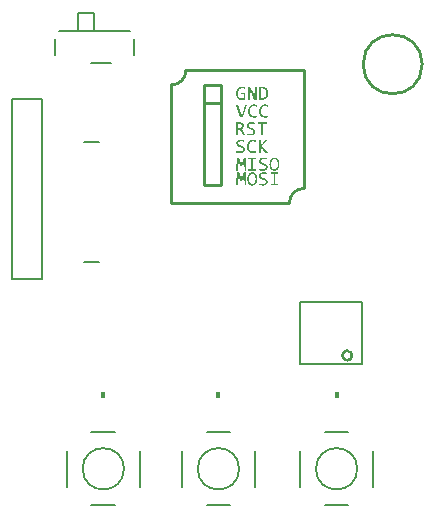
<source format=gto>
G04 Layer_Color=65535*
%FSLAX25Y25*%
%MOIN*%
G70*
G01*
G75*
%ADD15C,0.01000*%
%ADD28C,0.00800*%
%ADD29C,0.00787*%
%ADD30C,0.00500*%
%ADD31R,0.01574X0.02362*%
G36*
X87009Y143550D02*
X85742D01*
Y139764D01*
X85150D01*
Y143550D01*
X83883D01*
Y144049D01*
X87009D01*
Y143550D01*
D02*
G37*
G36*
X78047Y144042D02*
X78139D01*
X78238Y144026D01*
X78346Y144011D01*
X78454Y143995D01*
X78561Y143965D01*
X78576D01*
X78607Y143949D01*
X78653Y143934D01*
X78715Y143903D01*
X78784Y143873D01*
X78861Y143834D01*
X78930Y143788D01*
X78999Y143734D01*
X79006Y143727D01*
X79030Y143711D01*
X79060Y143681D01*
X79099Y143634D01*
X79137Y143581D01*
X79183Y143527D01*
X79222Y143458D01*
X79252Y143381D01*
X79260Y143373D01*
X79268Y143343D01*
X79283Y143304D01*
X79298Y143243D01*
X79314Y143181D01*
X79321Y143097D01*
X79337Y143012D01*
Y142920D01*
Y142913D01*
Y142889D01*
Y142851D01*
X79329Y142797D01*
X79321Y142736D01*
X79314Y142675D01*
X79275Y142536D01*
Y142529D01*
X79268Y142506D01*
X79252Y142475D01*
X79229Y142429D01*
X79176Y142329D01*
X79099Y142214D01*
X79091Y142206D01*
X79076Y142191D01*
X79053Y142168D01*
X79022Y142129D01*
X78976Y142091D01*
X78930Y142052D01*
X78807Y141968D01*
X78799Y141960D01*
X78776Y141953D01*
X78745Y141929D01*
X78692Y141906D01*
X78638Y141884D01*
X78569Y141853D01*
X78500Y141830D01*
X78415Y141807D01*
X78423D01*
X78446Y141791D01*
X78477Y141776D01*
X78523Y141753D01*
X78569Y141722D01*
X78615Y141684D01*
X78669Y141638D01*
X78715Y141584D01*
X78722Y141576D01*
X78738Y141553D01*
X78761Y141523D01*
X78799Y141476D01*
X78838Y141415D01*
X78884Y141346D01*
X78930Y141269D01*
X78976Y141177D01*
X79659Y139764D01*
X78999D01*
X78361Y141131D01*
Y141139D01*
X78346Y141162D01*
X78331Y141185D01*
X78315Y141223D01*
X78262Y141307D01*
X78208Y141392D01*
Y141400D01*
X78192Y141407D01*
X78162Y141453D01*
X78108Y141507D01*
X78047Y141561D01*
X78031Y141569D01*
X77993Y141592D01*
X77931Y141622D01*
X77855Y141645D01*
X77847D01*
X77839Y141653D01*
X77816D01*
X77785Y141661D01*
X77716Y141668D01*
X77624Y141676D01*
X77355D01*
Y139764D01*
X76772D01*
Y144049D01*
X77977D01*
X78047Y144042D01*
D02*
G37*
G36*
X82055Y144103D02*
X82140Y144095D01*
X82186D01*
X82224Y144088D01*
X82309Y144080D01*
X82401Y144065D01*
X82424D01*
X82447Y144057D01*
X82486D01*
X82562Y144042D01*
X82655Y144026D01*
X82678D01*
X82701Y144018D01*
X82731Y144011D01*
X82808Y143995D01*
X82893Y143980D01*
Y143458D01*
X82885D01*
X82846Y143473D01*
X82800Y143481D01*
X82731Y143496D01*
X82655Y143512D01*
X82570Y143535D01*
X82386Y143565D01*
X82378D01*
X82340Y143573D01*
X82294Y143581D01*
X82232Y143588D01*
X82155D01*
X82071Y143596D01*
X81894Y143604D01*
X81810D01*
X81725Y143596D01*
X81618Y143581D01*
X81495Y143565D01*
X81372Y143535D01*
X81257Y143489D01*
X81157Y143435D01*
X81149Y143427D01*
X81119Y143404D01*
X81088Y143366D01*
X81042Y143312D01*
X81003Y143251D01*
X80965Y143174D01*
X80934Y143081D01*
X80927Y142982D01*
Y142974D01*
Y142951D01*
X80934Y142920D01*
X80942Y142882D01*
X80965Y142782D01*
X80988Y142736D01*
X81019Y142682D01*
X81026Y142675D01*
X81034Y142659D01*
X81057Y142636D01*
X81088Y142605D01*
X81165Y142536D01*
X81272Y142459D01*
X81280Y142452D01*
X81303Y142444D01*
X81334Y142429D01*
X81380Y142406D01*
X81433Y142375D01*
X81495Y142344D01*
X81633Y142283D01*
X81641D01*
X81672Y142268D01*
X81710Y142252D01*
X81756Y142237D01*
X81817Y142206D01*
X81887Y142183D01*
X82040Y142114D01*
X82048D01*
X82078Y142098D01*
X82117Y142083D01*
X82171Y142060D01*
X82240Y142029D01*
X82309Y141999D01*
X82455Y141929D01*
X82463Y141922D01*
X82486Y141914D01*
X82524Y141891D01*
X82578Y141860D01*
X82685Y141784D01*
X82808Y141692D01*
X82816Y141684D01*
X82839Y141668D01*
X82862Y141638D01*
X82900Y141599D01*
X82946Y141553D01*
X82985Y141492D01*
X83069Y141361D01*
X83077Y141353D01*
X83085Y141331D01*
X83100Y141292D01*
X83123Y141238D01*
X83138Y141177D01*
X83154Y141100D01*
X83161Y141016D01*
X83169Y140924D01*
Y140908D01*
Y140870D01*
X83161Y140816D01*
X83154Y140739D01*
X83138Y140655D01*
X83115Y140570D01*
X83085Y140478D01*
X83039Y140386D01*
X83031Y140378D01*
X83016Y140348D01*
X82985Y140301D01*
X82946Y140255D01*
X82900Y140194D01*
X82839Y140125D01*
X82770Y140063D01*
X82693Y140002D01*
X82685Y139994D01*
X82655Y139979D01*
X82608Y139948D01*
X82539Y139917D01*
X82463Y139879D01*
X82370Y139841D01*
X82270Y139802D01*
X82155Y139771D01*
X82140D01*
X82102Y139764D01*
X82040Y139748D01*
X81956Y139741D01*
X81856Y139725D01*
X81741Y139710D01*
X81610Y139702D01*
X81364D01*
X81310Y139710D01*
X81249D01*
X81126Y139718D01*
X81095D01*
X81065Y139725D01*
X81026D01*
X80919Y139741D01*
X80804Y139748D01*
X80781D01*
X80750Y139756D01*
X80712Y139764D01*
X80619Y139771D01*
X80512Y139795D01*
X80504D01*
X80489Y139802D01*
X80466Y139810D01*
X80427Y139818D01*
X80351Y139833D01*
X80266Y139856D01*
Y140417D01*
X80274Y140409D01*
X80312Y140401D01*
X80358Y140386D01*
X80427Y140363D01*
X80504Y140332D01*
X80596Y140309D01*
X80704Y140286D01*
X80811Y140263D01*
X80827D01*
X80865Y140255D01*
X80927Y140248D01*
X81011Y140240D01*
X81119Y140232D01*
X81234Y140225D01*
X81364Y140217D01*
X81610D01*
X81679Y140225D01*
X81756D01*
X81833Y140232D01*
X81917Y140240D01*
X81994Y140255D01*
X82002D01*
X82025Y140263D01*
X82063Y140278D01*
X82109Y140286D01*
X82217Y140332D01*
X82317Y140386D01*
X82324Y140393D01*
X82340Y140401D01*
X82386Y140447D01*
X82447Y140516D01*
X82501Y140601D01*
Y140609D01*
X82509Y140624D01*
X82524Y140647D01*
X82532Y140685D01*
X82555Y140770D01*
X82562Y140885D01*
Y140893D01*
Y140916D01*
X82555Y140946D01*
X82547Y140993D01*
X82524Y141085D01*
X82493Y141139D01*
X82463Y141185D01*
X82455Y141192D01*
X82447Y141208D01*
X82424Y141231D01*
X82393Y141261D01*
X82309Y141331D01*
X82201Y141400D01*
X82194Y141407D01*
X82178Y141415D01*
X82140Y141438D01*
X82102Y141461D01*
X82048Y141484D01*
X81986Y141515D01*
X81848Y141576D01*
X81840Y141584D01*
X81817Y141592D01*
X81771Y141607D01*
X81725Y141630D01*
X81656Y141653D01*
X81587Y141684D01*
X81433Y141745D01*
X81426Y141753D01*
X81395Y141761D01*
X81357Y141776D01*
X81303Y141799D01*
X81241Y141830D01*
X81172Y141860D01*
X81026Y141929D01*
X81019Y141937D01*
X80996Y141945D01*
X80957Y141968D01*
X80904Y141999D01*
X80788Y142076D01*
X80665Y142168D01*
X80658Y142175D01*
X80642Y142191D01*
X80612Y142221D01*
X80573Y142260D01*
X80535Y142306D01*
X80496Y142360D01*
X80412Y142490D01*
Y142498D01*
X80397Y142521D01*
X80381Y142559D01*
X80366Y142613D01*
X80351Y142675D01*
X80335Y142751D01*
X80327Y142836D01*
X80320Y142928D01*
Y142936D01*
Y142966D01*
X80327Y143005D01*
Y143066D01*
X80343Y143128D01*
X80358Y143197D01*
X80374Y143281D01*
X80404Y143358D01*
X80412Y143366D01*
X80420Y143396D01*
X80443Y143435D01*
X80473Y143489D01*
X80512Y143542D01*
X80566Y143612D01*
X80619Y143673D01*
X80688Y143734D01*
X80696Y143742D01*
X80727Y143765D01*
X80765Y143796D01*
X80827Y143834D01*
X80896Y143873D01*
X80980Y143919D01*
X81080Y143965D01*
X81188Y144003D01*
X81203Y144011D01*
X81241Y144018D01*
X81310Y144034D01*
X81395Y144057D01*
X81502Y144080D01*
X81625Y144095D01*
X81756Y144103D01*
X81910Y144111D01*
X81979D01*
X82055Y144103D01*
D02*
G37*
G36*
X82501Y138190D02*
X82585Y138182D01*
X82678Y138174D01*
X82870Y138144D01*
X82885D01*
X82916Y138136D01*
X82962Y138121D01*
X83031Y138105D01*
X83108Y138082D01*
X83192Y138059D01*
X83369Y137990D01*
Y137414D01*
X83361Y137422D01*
X83330Y137437D01*
X83277Y137460D01*
X83215Y137483D01*
X83146Y137514D01*
X83062Y137545D01*
X82877Y137606D01*
X82870D01*
X82831Y137614D01*
X82785Y137629D01*
X82716Y137645D01*
X82639Y137652D01*
X82547Y137668D01*
X82447Y137675D01*
X82286D01*
X82232Y137668D01*
X82163Y137660D01*
X82078Y137645D01*
X81986Y137629D01*
X81887Y137598D01*
X81794Y137560D01*
X81787Y137552D01*
X81756Y137537D01*
X81710Y137514D01*
X81648Y137476D01*
X81587Y137429D01*
X81510Y137376D01*
X81441Y137307D01*
X81372Y137230D01*
X81364Y137222D01*
X81341Y137191D01*
X81310Y137145D01*
X81280Y137084D01*
X81234Y137007D01*
X81188Y136923D01*
X81149Y136815D01*
X81111Y136707D01*
Y136692D01*
X81095Y136654D01*
X81088Y136592D01*
X81072Y136508D01*
X81057Y136400D01*
X81042Y136277D01*
X81034Y136147D01*
X81026Y136001D01*
Y135993D01*
Y135963D01*
Y135924D01*
X81034Y135863D01*
Y135794D01*
X81042Y135717D01*
X81057Y135625D01*
X81072Y135532D01*
X81111Y135333D01*
X81172Y135126D01*
X81257Y134926D01*
X81303Y134834D01*
X81364Y134749D01*
X81372Y134741D01*
X81380Y134734D01*
X81403Y134711D01*
X81426Y134680D01*
X81464Y134649D01*
X81502Y134619D01*
X81556Y134580D01*
X81618Y134542D01*
X81756Y134457D01*
X81925Y134396D01*
X82125Y134342D01*
X82240Y134334D01*
X82355Y134327D01*
X82455D01*
X82524Y134334D01*
X82601Y134342D01*
X82685Y134350D01*
X82877Y134388D01*
X82893D01*
X82923Y134404D01*
X82969Y134411D01*
X83031Y134434D01*
X83108Y134457D01*
X83192Y134496D01*
X83369Y134573D01*
Y134020D01*
X83361D01*
X83346Y134012D01*
X83315Y133996D01*
X83277Y133989D01*
X83231Y133974D01*
X83177Y133950D01*
X83108Y133935D01*
X83039Y133912D01*
X82877Y133874D01*
X82693Y133835D01*
X82493Y133812D01*
X82286Y133805D01*
X82201D01*
X82132Y133812D01*
X82063Y133820D01*
X81971Y133835D01*
X81871Y133851D01*
X81771Y133874D01*
X81656Y133897D01*
X81541Y133935D01*
X81426Y133981D01*
X81310Y134035D01*
X81195Y134096D01*
X81088Y134166D01*
X80980Y134250D01*
X80888Y134342D01*
X80880Y134350D01*
X80865Y134365D01*
X80842Y134396D01*
X80811Y134442D01*
X80773Y134503D01*
X80734Y134573D01*
X80688Y134649D01*
X80650Y134749D01*
X80604Y134857D01*
X80558Y134972D01*
X80519Y135102D01*
X80481Y135248D01*
X80450Y135402D01*
X80427Y135571D01*
X80412Y135755D01*
X80404Y135947D01*
Y135955D01*
Y135970D01*
Y136001D01*
Y136032D01*
X80412Y136078D01*
Y136132D01*
X80420Y136254D01*
X80435Y136400D01*
X80458Y136554D01*
X80489Y136715D01*
X80535Y136876D01*
Y136884D01*
X80542Y136892D01*
X80550Y136915D01*
X80558Y136946D01*
X80589Y137022D01*
X80635Y137122D01*
X80688Y137238D01*
X80758Y137353D01*
X80834Y137468D01*
X80919Y137583D01*
X80934Y137598D01*
X80965Y137629D01*
X81019Y137683D01*
X81088Y137752D01*
X81180Y137821D01*
X81280Y137898D01*
X81395Y137967D01*
X81526Y138036D01*
X81533D01*
X81541Y138044D01*
X81587Y138059D01*
X81664Y138090D01*
X81756Y138121D01*
X81871Y138144D01*
X82009Y138174D01*
X82155Y138190D01*
X82317Y138198D01*
X82424D01*
X82501Y138190D01*
D02*
G37*
G36*
X85465Y136101D02*
X87232Y133858D01*
X86502D01*
X84897Y135955D01*
Y133858D01*
X84313D01*
Y138144D01*
X84897D01*
Y136147D01*
X86464Y138144D01*
X87155D01*
X85465Y136101D01*
D02*
G37*
G36*
X86548Y150001D02*
X86633Y149993D01*
X86725Y149985D01*
X86917Y149955D01*
X86932D01*
X86963Y149947D01*
X87009Y149932D01*
X87078Y149916D01*
X87155Y149893D01*
X87239Y149870D01*
X87416Y149801D01*
Y149225D01*
X87408Y149233D01*
X87378Y149248D01*
X87324Y149271D01*
X87262Y149294D01*
X87193Y149325D01*
X87109Y149356D01*
X86925Y149417D01*
X86917D01*
X86879Y149425D01*
X86832Y149440D01*
X86763Y149455D01*
X86686Y149463D01*
X86594Y149479D01*
X86494Y149486D01*
X86333D01*
X86279Y149479D01*
X86210Y149471D01*
X86126Y149455D01*
X86034Y149440D01*
X85934Y149409D01*
X85842Y149371D01*
X85834Y149363D01*
X85803Y149348D01*
X85757Y149325D01*
X85696Y149287D01*
X85634Y149241D01*
X85558Y149187D01*
X85488Y149118D01*
X85419Y149041D01*
X85412Y149033D01*
X85389Y149002D01*
X85358Y148956D01*
X85327Y148895D01*
X85281Y148818D01*
X85235Y148734D01*
X85197Y148626D01*
X85158Y148519D01*
Y148503D01*
X85143Y148465D01*
X85135Y148403D01*
X85120Y148319D01*
X85104Y148211D01*
X85089Y148089D01*
X85081Y147958D01*
X85074Y147812D01*
Y147804D01*
Y147774D01*
Y147735D01*
X85081Y147674D01*
Y147605D01*
X85089Y147528D01*
X85104Y147436D01*
X85120Y147344D01*
X85158Y147144D01*
X85220Y146937D01*
X85304Y146737D01*
X85350Y146645D01*
X85412Y146560D01*
X85419Y146553D01*
X85427Y146545D01*
X85450Y146522D01*
X85473Y146491D01*
X85511Y146460D01*
X85550Y146430D01*
X85604Y146391D01*
X85665Y146353D01*
X85803Y146268D01*
X85972Y146207D01*
X86172Y146153D01*
X86287Y146145D01*
X86402Y146138D01*
X86502D01*
X86571Y146145D01*
X86648Y146153D01*
X86733Y146161D01*
X86925Y146199D01*
X86940D01*
X86971Y146215D01*
X87017Y146222D01*
X87078Y146245D01*
X87155Y146268D01*
X87239Y146307D01*
X87416Y146384D01*
Y145831D01*
X87408D01*
X87393Y145823D01*
X87362Y145808D01*
X87324Y145800D01*
X87278Y145784D01*
X87224Y145761D01*
X87155Y145746D01*
X87086Y145723D01*
X86925Y145685D01*
X86740Y145646D01*
X86541Y145623D01*
X86333Y145615D01*
X86249D01*
X86180Y145623D01*
X86111Y145631D01*
X86018Y145646D01*
X85918Y145662D01*
X85819Y145685D01*
X85703Y145708D01*
X85588Y145746D01*
X85473Y145792D01*
X85358Y145846D01*
X85243Y145907D01*
X85135Y145976D01*
X85028Y146061D01*
X84935Y146153D01*
X84928Y146161D01*
X84912Y146176D01*
X84889Y146207D01*
X84859Y146253D01*
X84820Y146314D01*
X84782Y146384D01*
X84736Y146460D01*
X84697Y146560D01*
X84651Y146668D01*
X84605Y146783D01*
X84567Y146913D01*
X84528Y147059D01*
X84498Y147213D01*
X84475Y147382D01*
X84459Y147566D01*
X84452Y147758D01*
Y147766D01*
Y147781D01*
Y147812D01*
Y147843D01*
X84459Y147889D01*
Y147943D01*
X84467Y148065D01*
X84482Y148211D01*
X84505Y148365D01*
X84536Y148526D01*
X84582Y148688D01*
Y148695D01*
X84590Y148703D01*
X84598Y148726D01*
X84605Y148757D01*
X84636Y148833D01*
X84682Y148933D01*
X84736Y149048D01*
X84805Y149164D01*
X84882Y149279D01*
X84966Y149394D01*
X84982Y149409D01*
X85012Y149440D01*
X85066Y149494D01*
X85135Y149563D01*
X85227Y149632D01*
X85327Y149709D01*
X85442Y149778D01*
X85573Y149847D01*
X85581D01*
X85588Y149855D01*
X85634Y149870D01*
X85711Y149901D01*
X85803Y149932D01*
X85918Y149955D01*
X86057Y149985D01*
X86203Y150001D01*
X86364Y150008D01*
X86471D01*
X86548Y150001D01*
D02*
G37*
G36*
X83561Y151575D02*
X82762D01*
X81572Y154247D01*
X81226Y155108D01*
Y152942D01*
Y151575D01*
X80642D01*
Y155860D01*
X81418D01*
X82562Y153318D01*
X82977Y152343D01*
Y154639D01*
Y155860D01*
X83561D01*
Y151575D01*
D02*
G37*
G36*
X85573Y155853D02*
X85650Y155845D01*
X85750Y155830D01*
X85857Y155814D01*
X85972Y155799D01*
X86210Y155730D01*
X86333Y155691D01*
X86464Y155638D01*
X86579Y155584D01*
X86694Y155507D01*
X86802Y155430D01*
X86902Y155338D01*
X86909Y155330D01*
X86925Y155315D01*
X86948Y155284D01*
X86978Y155238D01*
X87017Y155184D01*
X87063Y155123D01*
X87101Y155038D01*
X87155Y154946D01*
X87201Y154847D01*
X87239Y154731D01*
X87286Y154601D01*
X87324Y154455D01*
X87355Y154301D01*
X87378Y154132D01*
X87393Y153956D01*
X87401Y153764D01*
Y153748D01*
Y153710D01*
Y153648D01*
X87393Y153572D01*
X87385Y153487D01*
X87378Y153387D01*
X87347Y153172D01*
Y153157D01*
X87339Y153126D01*
X87324Y153072D01*
X87309Y153003D01*
X87293Y152919D01*
X87262Y152827D01*
X87193Y152642D01*
X87186Y152635D01*
X87178Y152604D01*
X87155Y152558D01*
X87124Y152496D01*
X87086Y152427D01*
X87040Y152358D01*
X86925Y152205D01*
X86917Y152197D01*
X86894Y152174D01*
X86856Y152135D01*
X86809Y152089D01*
X86748Y152036D01*
X86679Y151982D01*
X86602Y151920D01*
X86510Y151867D01*
X86502Y151859D01*
X86471Y151844D01*
X86418Y151821D01*
X86349Y151790D01*
X86272Y151751D01*
X86172Y151721D01*
X86064Y151682D01*
X85949Y151652D01*
X85934D01*
X85896Y151636D01*
X85826Y151629D01*
X85734Y151613D01*
X85627Y151598D01*
X85504Y151590D01*
X85366Y151575D01*
X84306D01*
Y155860D01*
X85504D01*
X85573Y155853D01*
D02*
G37*
G36*
X78976Y155914D02*
X79060Y155906D01*
X79152Y155899D01*
X79344Y155868D01*
X79360D01*
X79391Y155860D01*
X79437Y155845D01*
X79506Y155830D01*
X79583Y155814D01*
X79667Y155783D01*
X79851Y155714D01*
Y155131D01*
X79844Y155138D01*
X79813Y155154D01*
X79759Y155177D01*
X79698Y155200D01*
X79621Y155230D01*
X79536Y155261D01*
X79352Y155323D01*
X79344D01*
X79306Y155338D01*
X79260Y155346D01*
X79191Y155361D01*
X79114Y155376D01*
X79022Y155384D01*
X78914Y155399D01*
X78745D01*
X78684Y155392D01*
X78600Y155384D01*
X78507Y155369D01*
X78400Y155346D01*
X78300Y155315D01*
X78192Y155277D01*
X78185Y155269D01*
X78146Y155254D01*
X78100Y155223D01*
X78039Y155184D01*
X77970Y155138D01*
X77893Y155077D01*
X77816Y155008D01*
X77747Y154931D01*
X77739Y154923D01*
X77716Y154893D01*
X77686Y154847D01*
X77647Y154777D01*
X77601Y154701D01*
X77555Y154608D01*
X77509Y154509D01*
X77470Y154393D01*
Y154378D01*
X77455Y154340D01*
X77440Y154278D01*
X77424Y154194D01*
X77409Y154094D01*
X77394Y153979D01*
X77386Y153848D01*
X77378Y153710D01*
Y153702D01*
Y153694D01*
Y153671D01*
Y153641D01*
X77386Y153564D01*
Y153472D01*
X77394Y153357D01*
X77409Y153241D01*
X77432Y153119D01*
X77455Y152996D01*
X77463Y152980D01*
X77470Y152942D01*
X77486Y152888D01*
X77517Y152811D01*
X77547Y152734D01*
X77593Y152642D01*
X77640Y152550D01*
X77701Y152466D01*
X77709Y152458D01*
X77732Y152427D01*
X77770Y152389D01*
X77816Y152343D01*
X77878Y152289D01*
X77954Y152235D01*
X78039Y152181D01*
X78131Y152135D01*
X78146Y152128D01*
X78177Y152120D01*
X78231Y152105D01*
X78308Y152082D01*
X78400Y152059D01*
X78507Y152043D01*
X78623Y152036D01*
X78753Y152028D01*
X78899D01*
X78930Y152036D01*
X78976D01*
X79030Y152043D01*
X79045D01*
X79076Y152051D01*
X79122Y152066D01*
X79176Y152074D01*
X79191D01*
X79214Y152082D01*
X79260Y152097D01*
X79298Y152112D01*
Y153479D01*
X78415D01*
Y153963D01*
X79874D01*
Y151767D01*
X79867D01*
X79851Y151759D01*
X79821Y151744D01*
X79790Y151728D01*
X79690Y151690D01*
X79583Y151652D01*
X79575D01*
X79559Y151644D01*
X79529Y151636D01*
X79490Y151629D01*
X79398Y151598D01*
X79283Y151575D01*
X79260D01*
X79229Y151567D01*
X79183Y151559D01*
X79083Y151552D01*
X78968Y151536D01*
X78945D01*
X78914Y151529D01*
X78876D01*
X78784Y151521D01*
X78676Y151513D01*
X78600D01*
X78515Y151521D01*
X78408Y151529D01*
X78285Y151544D01*
X78154Y151567D01*
X78016Y151598D01*
X77878Y151644D01*
X77862Y151652D01*
X77816Y151667D01*
X77755Y151705D01*
X77670Y151744D01*
X77578Y151805D01*
X77478Y151874D01*
X77378Y151959D01*
X77279Y152051D01*
X77271Y152066D01*
X77240Y152097D01*
X77194Y152158D01*
X77140Y152243D01*
X77079Y152335D01*
X77017Y152450D01*
X76956Y152581D01*
X76902Y152727D01*
Y152734D01*
X76894Y152742D01*
X76887Y152765D01*
X76879Y152796D01*
X76872Y152834D01*
X76864Y152880D01*
X76841Y152996D01*
X76810Y153134D01*
X76795Y153295D01*
X76779Y153472D01*
X76772Y153664D01*
Y153671D01*
Y153687D01*
Y153718D01*
Y153756D01*
X76779Y153802D01*
Y153856D01*
X76787Y153979D01*
X76810Y154125D01*
X76833Y154286D01*
X76872Y154447D01*
X76918Y154608D01*
Y154616D01*
X76925Y154624D01*
X76933Y154647D01*
X76948Y154677D01*
X76979Y154754D01*
X77025Y154854D01*
X77079Y154969D01*
X77148Y155085D01*
X77232Y155207D01*
X77325Y155323D01*
X77340Y155338D01*
X77371Y155369D01*
X77432Y155422D01*
X77509Y155492D01*
X77601Y155561D01*
X77709Y155638D01*
X77832Y155707D01*
X77970Y155768D01*
X77977D01*
X77985Y155776D01*
X78008Y155783D01*
X78039Y155791D01*
X78116Y155814D01*
X78215Y155845D01*
X78338Y155876D01*
X78477Y155899D01*
X78630Y155914D01*
X78799Y155922D01*
X78907D01*
X78976Y155914D01*
D02*
G37*
G36*
X82854Y150001D02*
X82939Y149993D01*
X83031Y149985D01*
X83223Y149955D01*
X83238D01*
X83269Y149947D01*
X83315Y149932D01*
X83384Y149916D01*
X83461Y149893D01*
X83545Y149870D01*
X83722Y149801D01*
Y149225D01*
X83714Y149233D01*
X83684Y149248D01*
X83630Y149271D01*
X83568Y149294D01*
X83499Y149325D01*
X83415Y149356D01*
X83231Y149417D01*
X83223D01*
X83184Y149425D01*
X83138Y149440D01*
X83069Y149455D01*
X82992Y149463D01*
X82900Y149479D01*
X82800Y149486D01*
X82639D01*
X82585Y149479D01*
X82516Y149471D01*
X82432Y149455D01*
X82340Y149440D01*
X82240Y149409D01*
X82148Y149371D01*
X82140Y149363D01*
X82109Y149348D01*
X82063Y149325D01*
X82002Y149287D01*
X81940Y149241D01*
X81863Y149187D01*
X81794Y149118D01*
X81725Y149041D01*
X81718Y149033D01*
X81695Y149002D01*
X81664Y148956D01*
X81633Y148895D01*
X81587Y148818D01*
X81541Y148734D01*
X81502Y148626D01*
X81464Y148519D01*
Y148503D01*
X81449Y148465D01*
X81441Y148403D01*
X81426Y148319D01*
X81410Y148211D01*
X81395Y148089D01*
X81387Y147958D01*
X81380Y147812D01*
Y147804D01*
Y147774D01*
Y147735D01*
X81387Y147674D01*
Y147605D01*
X81395Y147528D01*
X81410Y147436D01*
X81426Y147344D01*
X81464Y147144D01*
X81526Y146937D01*
X81610Y146737D01*
X81656Y146645D01*
X81718Y146560D01*
X81725Y146553D01*
X81733Y146545D01*
X81756Y146522D01*
X81779Y146491D01*
X81817Y146460D01*
X81856Y146430D01*
X81910Y146391D01*
X81971Y146353D01*
X82109Y146268D01*
X82278Y146207D01*
X82478Y146153D01*
X82593Y146145D01*
X82708Y146138D01*
X82808D01*
X82877Y146145D01*
X82954Y146153D01*
X83039Y146161D01*
X83231Y146199D01*
X83246D01*
X83277Y146215D01*
X83323Y146222D01*
X83384Y146245D01*
X83461Y146268D01*
X83545Y146307D01*
X83722Y146384D01*
Y145831D01*
X83714D01*
X83699Y145823D01*
X83668Y145808D01*
X83630Y145800D01*
X83584Y145784D01*
X83530Y145761D01*
X83461Y145746D01*
X83392Y145723D01*
X83231Y145685D01*
X83046Y145646D01*
X82846Y145623D01*
X82639Y145615D01*
X82555D01*
X82486Y145623D01*
X82416Y145631D01*
X82324Y145646D01*
X82224Y145662D01*
X82125Y145685D01*
X82009Y145708D01*
X81894Y145746D01*
X81779Y145792D01*
X81664Y145846D01*
X81549Y145907D01*
X81441Y145976D01*
X81334Y146061D01*
X81241Y146153D01*
X81234Y146161D01*
X81218Y146176D01*
X81195Y146207D01*
X81165Y146253D01*
X81126Y146314D01*
X81088Y146384D01*
X81042Y146460D01*
X81003Y146560D01*
X80957Y146668D01*
X80911Y146783D01*
X80873Y146913D01*
X80834Y147059D01*
X80804Y147213D01*
X80781Y147382D01*
X80765Y147566D01*
X80758Y147758D01*
Y147766D01*
Y147781D01*
Y147812D01*
Y147843D01*
X80765Y147889D01*
Y147943D01*
X80773Y148065D01*
X80788Y148211D01*
X80811Y148365D01*
X80842Y148526D01*
X80888Y148688D01*
Y148695D01*
X80896Y148703D01*
X80904Y148726D01*
X80911Y148757D01*
X80942Y148833D01*
X80988Y148933D01*
X81042Y149048D01*
X81111Y149164D01*
X81188Y149279D01*
X81272Y149394D01*
X81287Y149409D01*
X81318Y149440D01*
X81372Y149494D01*
X81441Y149563D01*
X81533Y149632D01*
X81633Y149709D01*
X81748Y149778D01*
X81879Y149847D01*
X81887D01*
X81894Y149855D01*
X81940Y149870D01*
X82017Y149901D01*
X82109Y149932D01*
X82224Y149955D01*
X82363Y149985D01*
X82509Y150001D01*
X82670Y150008D01*
X82777D01*
X82854Y150001D01*
D02*
G37*
G36*
X78983Y145669D02*
X78200D01*
X76772Y149955D01*
X77432D01*
X78361Y147059D01*
X78623Y146215D01*
X78891Y147059D01*
X79821Y149955D01*
X80443D01*
X78983Y145669D01*
D02*
G37*
G36*
X82324Y127371D02*
X82424Y127363D01*
X82539Y127340D01*
X82655Y127317D01*
X82785Y127278D01*
X82900Y127225D01*
X82916Y127217D01*
X82954Y127194D01*
X83008Y127163D01*
X83077Y127110D01*
X83161Y127048D01*
X83246Y126979D01*
X83330Y126887D01*
X83407Y126787D01*
X83415Y126772D01*
X83438Y126741D01*
X83476Y126680D01*
X83522Y126595D01*
X83576Y126495D01*
X83622Y126380D01*
X83676Y126249D01*
X83714Y126103D01*
Y126096D01*
X83722Y126088D01*
Y126065D01*
X83730Y126034D01*
X83745Y125950D01*
X83768Y125842D01*
X83791Y125704D01*
X83807Y125550D01*
X83814Y125382D01*
X83822Y125197D01*
Y125190D01*
Y125174D01*
Y125144D01*
Y125097D01*
X83814Y125051D01*
Y124990D01*
X83807Y124859D01*
X83791Y124698D01*
X83760Y124537D01*
X83730Y124360D01*
X83684Y124199D01*
Y124191D01*
X83676Y124183D01*
X83668Y124161D01*
X83661Y124130D01*
X83630Y124053D01*
X83584Y123961D01*
X83530Y123846D01*
X83469Y123730D01*
X83399Y123615D01*
X83315Y123508D01*
X83307Y123492D01*
X83277Y123462D01*
X83223Y123416D01*
X83161Y123354D01*
X83085Y123285D01*
X82985Y123216D01*
X82885Y123154D01*
X82770Y123101D01*
X82754Y123093D01*
X82716Y123078D01*
X82655Y123062D01*
X82570Y123039D01*
X82478Y123009D01*
X82363Y122993D01*
X82248Y122978D01*
X82117Y122970D01*
X82048D01*
X81971Y122978D01*
X81871Y122985D01*
X81756Y123009D01*
X81641Y123031D01*
X81518Y123070D01*
X81395Y123116D01*
X81380Y123124D01*
X81341Y123147D01*
X81287Y123177D01*
X81218Y123223D01*
X81134Y123285D01*
X81049Y123362D01*
X80965Y123446D01*
X80880Y123546D01*
X80873Y123561D01*
X80850Y123600D01*
X80811Y123654D01*
X80765Y123738D01*
X80719Y123838D01*
X80673Y123953D01*
X80619Y124084D01*
X80581Y124230D01*
Y124237D01*
Y124245D01*
X80573Y124268D01*
X80566Y124299D01*
X80558Y124337D01*
X80550Y124383D01*
X80535Y124498D01*
X80519Y124637D01*
X80504Y124790D01*
X80496Y124967D01*
X80489Y125151D01*
Y125159D01*
Y125174D01*
Y125205D01*
Y125243D01*
X80496Y125297D01*
Y125351D01*
X80504Y125489D01*
X80519Y125643D01*
X80542Y125812D01*
X80573Y125981D01*
X80619Y126142D01*
Y126150D01*
X80627Y126157D01*
X80635Y126180D01*
X80642Y126211D01*
X80673Y126288D01*
X80719Y126388D01*
X80773Y126495D01*
X80834Y126610D01*
X80904Y126726D01*
X80988Y126833D01*
X80996Y126848D01*
X81026Y126879D01*
X81080Y126925D01*
X81142Y126987D01*
X81218Y127056D01*
X81310Y127125D01*
X81418Y127186D01*
X81526Y127240D01*
X81541Y127248D01*
X81579Y127263D01*
X81641Y127286D01*
X81725Y127309D01*
X81817Y127332D01*
X81933Y127355D01*
X82048Y127371D01*
X82178Y127378D01*
X82248D01*
X82324Y127371D01*
D02*
G37*
G36*
X86149Y132292D02*
X86233Y132284D01*
X86279D01*
X86318Y132277D01*
X86402Y132269D01*
X86494Y132254D01*
X86518D01*
X86541Y132246D01*
X86579D01*
X86656Y132230D01*
X86748Y132215D01*
X86771D01*
X86794Y132208D01*
X86825Y132200D01*
X86902Y132184D01*
X86986Y132169D01*
Y131647D01*
X86978D01*
X86940Y131662D01*
X86894Y131670D01*
X86825Y131685D01*
X86748Y131701D01*
X86664Y131724D01*
X86479Y131754D01*
X86471D01*
X86433Y131762D01*
X86387Y131770D01*
X86326Y131777D01*
X86249D01*
X86164Y131785D01*
X85988Y131793D01*
X85903D01*
X85819Y131785D01*
X85711Y131770D01*
X85588Y131754D01*
X85465Y131724D01*
X85350Y131678D01*
X85250Y131624D01*
X85243Y131616D01*
X85212Y131593D01*
X85181Y131555D01*
X85135Y131501D01*
X85097Y131439D01*
X85058Y131363D01*
X85028Y131271D01*
X85020Y131171D01*
Y131163D01*
Y131140D01*
X85028Y131109D01*
X85035Y131071D01*
X85058Y130971D01*
X85081Y130925D01*
X85112Y130871D01*
X85120Y130863D01*
X85128Y130848D01*
X85150Y130825D01*
X85181Y130794D01*
X85258Y130725D01*
X85366Y130648D01*
X85373Y130641D01*
X85396Y130633D01*
X85427Y130618D01*
X85473Y130595D01*
X85527Y130564D01*
X85588Y130533D01*
X85726Y130472D01*
X85734D01*
X85765Y130456D01*
X85803Y130441D01*
X85849Y130426D01*
X85911Y130395D01*
X85980Y130372D01*
X86134Y130303D01*
X86141D01*
X86172Y130288D01*
X86210Y130272D01*
X86264Y130249D01*
X86333Y130218D01*
X86402Y130188D01*
X86548Y130119D01*
X86556Y130111D01*
X86579Y130103D01*
X86617Y130080D01*
X86671Y130049D01*
X86779Y129973D01*
X86902Y129880D01*
X86909Y129873D01*
X86932Y129857D01*
X86955Y129827D01*
X86994Y129788D01*
X87040Y129742D01*
X87078Y129681D01*
X87163Y129550D01*
X87170Y129543D01*
X87178Y129519D01*
X87193Y129481D01*
X87216Y129427D01*
X87232Y129366D01*
X87247Y129289D01*
X87255Y129205D01*
X87262Y129112D01*
Y129097D01*
Y129059D01*
X87255Y129005D01*
X87247Y128928D01*
X87232Y128844D01*
X87209Y128759D01*
X87178Y128667D01*
X87132Y128575D01*
X87124Y128567D01*
X87109Y128536D01*
X87078Y128490D01*
X87040Y128444D01*
X86994Y128383D01*
X86932Y128314D01*
X86863Y128252D01*
X86786Y128191D01*
X86779Y128183D01*
X86748Y128168D01*
X86702Y128137D01*
X86633Y128106D01*
X86556Y128068D01*
X86464Y128030D01*
X86364Y127991D01*
X86249Y127960D01*
X86233D01*
X86195Y127953D01*
X86134Y127937D01*
X86049Y127930D01*
X85949Y127914D01*
X85834Y127899D01*
X85703Y127891D01*
X85458D01*
X85404Y127899D01*
X85343D01*
X85220Y127907D01*
X85189D01*
X85158Y127914D01*
X85120D01*
X85012Y127930D01*
X84897Y127937D01*
X84874D01*
X84843Y127945D01*
X84805Y127953D01*
X84713Y127960D01*
X84605Y127983D01*
X84598D01*
X84582Y127991D01*
X84559Y127999D01*
X84521Y128006D01*
X84444Y128022D01*
X84360Y128045D01*
Y128606D01*
X84367Y128598D01*
X84406Y128590D01*
X84452Y128575D01*
X84521Y128552D01*
X84598Y128521D01*
X84690Y128498D01*
X84797Y128475D01*
X84905Y128452D01*
X84920D01*
X84958Y128444D01*
X85020Y128437D01*
X85104Y128429D01*
X85212Y128421D01*
X85327Y128414D01*
X85458Y128406D01*
X85703D01*
X85773Y128414D01*
X85849D01*
X85926Y128421D01*
X86011Y128429D01*
X86088Y128444D01*
X86095D01*
X86118Y128452D01*
X86157Y128467D01*
X86203Y128475D01*
X86310Y128521D01*
X86410Y128575D01*
X86418Y128583D01*
X86433Y128590D01*
X86479Y128636D01*
X86541Y128705D01*
X86594Y128790D01*
Y128798D01*
X86602Y128813D01*
X86617Y128836D01*
X86625Y128874D01*
X86648Y128959D01*
X86656Y129074D01*
Y129082D01*
Y129105D01*
X86648Y129136D01*
X86640Y129182D01*
X86617Y129274D01*
X86587Y129327D01*
X86556Y129374D01*
X86548Y129381D01*
X86541Y129397D01*
X86518Y129420D01*
X86487Y129450D01*
X86402Y129519D01*
X86295Y129589D01*
X86287Y129596D01*
X86272Y129604D01*
X86233Y129627D01*
X86195Y129650D01*
X86141Y129673D01*
X86080Y129704D01*
X85942Y129765D01*
X85934Y129773D01*
X85911Y129781D01*
X85865Y129796D01*
X85819Y129819D01*
X85750Y129842D01*
X85680Y129873D01*
X85527Y129934D01*
X85519Y129942D01*
X85488Y129950D01*
X85450Y129965D01*
X85396Y129988D01*
X85335Y130019D01*
X85266Y130049D01*
X85120Y130119D01*
X85112Y130126D01*
X85089Y130134D01*
X85051Y130157D01*
X84997Y130188D01*
X84882Y130264D01*
X84759Y130357D01*
X84751Y130364D01*
X84736Y130380D01*
X84705Y130410D01*
X84667Y130449D01*
X84628Y130495D01*
X84590Y130549D01*
X84505Y130679D01*
Y130687D01*
X84490Y130710D01*
X84475Y130748D01*
X84459Y130802D01*
X84444Y130863D01*
X84429Y130940D01*
X84421Y131025D01*
X84413Y131117D01*
Y131125D01*
Y131155D01*
X84421Y131194D01*
Y131255D01*
X84436Y131317D01*
X84452Y131386D01*
X84467Y131470D01*
X84498Y131547D01*
X84505Y131555D01*
X84513Y131585D01*
X84536Y131624D01*
X84567Y131678D01*
X84605Y131731D01*
X84659Y131800D01*
X84713Y131862D01*
X84782Y131923D01*
X84790Y131931D01*
X84820Y131954D01*
X84859Y131985D01*
X84920Y132023D01*
X84989Y132062D01*
X85074Y132108D01*
X85174Y132154D01*
X85281Y132192D01*
X85296Y132200D01*
X85335Y132208D01*
X85404Y132223D01*
X85488Y132246D01*
X85596Y132269D01*
X85719Y132284D01*
X85849Y132292D01*
X86003Y132300D01*
X86072D01*
X86149Y132292D01*
D02*
G37*
G36*
X90826Y126825D02*
X89835D01*
Y123531D01*
X90826D01*
Y123031D01*
X88253D01*
Y123531D01*
X89244D01*
Y126825D01*
X88253D01*
Y127317D01*
X90826D01*
Y126825D01*
D02*
G37*
G36*
X86149Y127371D02*
X86233Y127363D01*
X86279D01*
X86318Y127355D01*
X86402Y127348D01*
X86494Y127332D01*
X86518D01*
X86541Y127325D01*
X86579D01*
X86656Y127309D01*
X86748Y127294D01*
X86771D01*
X86794Y127286D01*
X86825Y127278D01*
X86902Y127263D01*
X86986Y127248D01*
Y126726D01*
X86978D01*
X86940Y126741D01*
X86894Y126749D01*
X86825Y126764D01*
X86748Y126779D01*
X86664Y126802D01*
X86479Y126833D01*
X86471D01*
X86433Y126841D01*
X86387Y126848D01*
X86326Y126856D01*
X86249D01*
X86164Y126864D01*
X85988Y126872D01*
X85903D01*
X85819Y126864D01*
X85711Y126848D01*
X85588Y126833D01*
X85465Y126802D01*
X85350Y126756D01*
X85250Y126702D01*
X85243Y126695D01*
X85212Y126672D01*
X85181Y126633D01*
X85135Y126580D01*
X85097Y126518D01*
X85058Y126441D01*
X85028Y126349D01*
X85020Y126249D01*
Y126242D01*
Y126219D01*
X85028Y126188D01*
X85035Y126150D01*
X85058Y126050D01*
X85081Y126004D01*
X85112Y125950D01*
X85120Y125942D01*
X85128Y125927D01*
X85150Y125904D01*
X85181Y125873D01*
X85258Y125804D01*
X85366Y125727D01*
X85373Y125719D01*
X85396Y125712D01*
X85427Y125697D01*
X85473Y125673D01*
X85527Y125643D01*
X85588Y125612D01*
X85726Y125550D01*
X85734D01*
X85765Y125535D01*
X85803Y125520D01*
X85849Y125505D01*
X85911Y125474D01*
X85980Y125451D01*
X86134Y125382D01*
X86141D01*
X86172Y125366D01*
X86210Y125351D01*
X86264Y125328D01*
X86333Y125297D01*
X86402Y125266D01*
X86548Y125197D01*
X86556Y125190D01*
X86579Y125182D01*
X86617Y125159D01*
X86671Y125128D01*
X86779Y125051D01*
X86902Y124959D01*
X86909Y124952D01*
X86932Y124936D01*
X86955Y124905D01*
X86994Y124867D01*
X87040Y124821D01*
X87078Y124759D01*
X87163Y124629D01*
X87170Y124621D01*
X87178Y124598D01*
X87193Y124560D01*
X87216Y124506D01*
X87232Y124445D01*
X87247Y124368D01*
X87255Y124283D01*
X87262Y124191D01*
Y124176D01*
Y124137D01*
X87255Y124084D01*
X87247Y124007D01*
X87232Y123922D01*
X87209Y123838D01*
X87178Y123746D01*
X87132Y123654D01*
X87124Y123646D01*
X87109Y123615D01*
X87078Y123569D01*
X87040Y123523D01*
X86994Y123462D01*
X86932Y123392D01*
X86863Y123331D01*
X86786Y123270D01*
X86779Y123262D01*
X86748Y123247D01*
X86702Y123216D01*
X86633Y123185D01*
X86556Y123147D01*
X86464Y123108D01*
X86364Y123070D01*
X86249Y123039D01*
X86233D01*
X86195Y123031D01*
X86134Y123016D01*
X86049Y123009D01*
X85949Y122993D01*
X85834Y122978D01*
X85703Y122970D01*
X85458D01*
X85404Y122978D01*
X85343D01*
X85220Y122985D01*
X85189D01*
X85158Y122993D01*
X85120D01*
X85012Y123009D01*
X84897Y123016D01*
X84874D01*
X84843Y123024D01*
X84805Y123031D01*
X84713Y123039D01*
X84605Y123062D01*
X84598D01*
X84582Y123070D01*
X84559Y123078D01*
X84521Y123085D01*
X84444Y123101D01*
X84360Y123124D01*
Y123684D01*
X84367Y123677D01*
X84406Y123669D01*
X84452Y123654D01*
X84521Y123630D01*
X84598Y123600D01*
X84690Y123577D01*
X84797Y123554D01*
X84905Y123531D01*
X84920D01*
X84958Y123523D01*
X85020Y123515D01*
X85104Y123508D01*
X85212Y123500D01*
X85327Y123492D01*
X85458Y123485D01*
X85703D01*
X85773Y123492D01*
X85849D01*
X85926Y123500D01*
X86011Y123508D01*
X86088Y123523D01*
X86095D01*
X86118Y123531D01*
X86157Y123546D01*
X86203Y123554D01*
X86310Y123600D01*
X86410Y123654D01*
X86418Y123661D01*
X86433Y123669D01*
X86479Y123715D01*
X86541Y123784D01*
X86594Y123869D01*
Y123876D01*
X86602Y123892D01*
X86617Y123915D01*
X86625Y123953D01*
X86648Y124038D01*
X86656Y124153D01*
Y124161D01*
Y124183D01*
X86648Y124214D01*
X86640Y124260D01*
X86617Y124353D01*
X86587Y124406D01*
X86556Y124452D01*
X86548Y124460D01*
X86541Y124475D01*
X86518Y124498D01*
X86487Y124529D01*
X86402Y124598D01*
X86295Y124667D01*
X86287Y124675D01*
X86272Y124683D01*
X86233Y124706D01*
X86195Y124729D01*
X86141Y124752D01*
X86080Y124783D01*
X85942Y124844D01*
X85934Y124852D01*
X85911Y124859D01*
X85865Y124875D01*
X85819Y124898D01*
X85750Y124921D01*
X85680Y124952D01*
X85527Y125013D01*
X85519Y125021D01*
X85488Y125028D01*
X85450Y125044D01*
X85396Y125067D01*
X85335Y125097D01*
X85266Y125128D01*
X85120Y125197D01*
X85112Y125205D01*
X85089Y125213D01*
X85051Y125236D01*
X84997Y125266D01*
X84882Y125343D01*
X84759Y125435D01*
X84751Y125443D01*
X84736Y125458D01*
X84705Y125489D01*
X84667Y125528D01*
X84628Y125574D01*
X84590Y125627D01*
X84505Y125758D01*
Y125766D01*
X84490Y125789D01*
X84475Y125827D01*
X84459Y125881D01*
X84444Y125942D01*
X84429Y126019D01*
X84421Y126103D01*
X84413Y126196D01*
Y126203D01*
Y126234D01*
X84421Y126272D01*
Y126334D01*
X84436Y126395D01*
X84452Y126464D01*
X84467Y126549D01*
X84498Y126626D01*
X84505Y126633D01*
X84513Y126664D01*
X84536Y126702D01*
X84567Y126756D01*
X84605Y126810D01*
X84659Y126879D01*
X84713Y126941D01*
X84782Y127002D01*
X84790Y127010D01*
X84820Y127033D01*
X84859Y127064D01*
X84920Y127102D01*
X84989Y127140D01*
X85074Y127186D01*
X85174Y127233D01*
X85281Y127271D01*
X85296Y127278D01*
X85335Y127286D01*
X85404Y127302D01*
X85488Y127325D01*
X85596Y127348D01*
X85719Y127363D01*
X85849Y127371D01*
X86003Y127378D01*
X86072D01*
X86149Y127371D01*
D02*
G37*
G36*
X80143Y123031D02*
X79575D01*
X79490Y125712D01*
X79452Y126726D01*
X79252Y126134D01*
X78615Y124429D01*
X78208D01*
X77609Y126065D01*
X77409Y126726D01*
X77394Y125666D01*
X77325Y123031D01*
X76772D01*
X76979Y127317D01*
X77670D01*
X78246Y125697D01*
X78438Y125151D01*
X78615Y125697D01*
X79229Y127317D01*
X79936D01*
X80143Y123031D01*
D02*
G37*
G36*
Y127953D02*
X79575D01*
X79490Y130633D01*
X79452Y131647D01*
X79252Y131055D01*
X78615Y129350D01*
X78208D01*
X77609Y130986D01*
X77409Y131647D01*
X77394Y130587D01*
X77325Y127953D01*
X76772D01*
X76979Y132238D01*
X77670D01*
X78246Y130618D01*
X78438Y130072D01*
X78615Y130618D01*
X79229Y132238D01*
X79936D01*
X80143Y127953D01*
D02*
G37*
G36*
X83438Y131747D02*
X82447D01*
Y128452D01*
X83438D01*
Y127953D01*
X80865D01*
Y128452D01*
X81856D01*
Y131747D01*
X80865D01*
Y132238D01*
X83438D01*
Y131747D01*
D02*
G37*
G36*
X89712Y132292D02*
X89812Y132284D01*
X89928Y132261D01*
X90043Y132238D01*
X90173Y132200D01*
X90288Y132146D01*
X90304Y132138D01*
X90342Y132115D01*
X90396Y132085D01*
X90465Y132031D01*
X90550Y131969D01*
X90634Y131900D01*
X90719Y131808D01*
X90795Y131708D01*
X90803Y131693D01*
X90826Y131662D01*
X90864Y131601D01*
X90911Y131516D01*
X90964Y131416D01*
X91010Y131301D01*
X91064Y131171D01*
X91102Y131025D01*
Y131017D01*
X91110Y131009D01*
Y130986D01*
X91118Y130956D01*
X91133Y130871D01*
X91156Y130764D01*
X91179Y130625D01*
X91195Y130472D01*
X91202Y130303D01*
X91210Y130119D01*
Y130111D01*
Y130096D01*
Y130065D01*
Y130019D01*
X91202Y129973D01*
Y129911D01*
X91195Y129781D01*
X91179Y129619D01*
X91149Y129458D01*
X91118Y129281D01*
X91072Y129120D01*
Y129112D01*
X91064Y129105D01*
X91056Y129082D01*
X91049Y129051D01*
X91018Y128974D01*
X90972Y128882D01*
X90918Y128767D01*
X90857Y128652D01*
X90788Y128536D01*
X90703Y128429D01*
X90696Y128414D01*
X90665Y128383D01*
X90611Y128337D01*
X90550Y128275D01*
X90473Y128206D01*
X90373Y128137D01*
X90273Y128076D01*
X90158Y128022D01*
X90143Y128014D01*
X90104Y127999D01*
X90043Y127983D01*
X89958Y127960D01*
X89866Y127930D01*
X89751Y127914D01*
X89636Y127899D01*
X89505Y127891D01*
X89436D01*
X89359Y127899D01*
X89259Y127907D01*
X89144Y127930D01*
X89029Y127953D01*
X88906Y127991D01*
X88783Y128037D01*
X88768Y128045D01*
X88729Y128068D01*
X88676Y128099D01*
X88607Y128145D01*
X88522Y128206D01*
X88438Y128283D01*
X88353Y128367D01*
X88269Y128467D01*
X88261Y128483D01*
X88238Y128521D01*
X88200Y128575D01*
X88153Y128659D01*
X88107Y128759D01*
X88061Y128874D01*
X88007Y129005D01*
X87969Y129151D01*
Y129158D01*
Y129166D01*
X87961Y129189D01*
X87954Y129220D01*
X87946Y129258D01*
X87938Y129304D01*
X87923Y129420D01*
X87908Y129558D01*
X87892Y129711D01*
X87885Y129888D01*
X87877Y130072D01*
Y130080D01*
Y130096D01*
Y130126D01*
Y130165D01*
X87885Y130218D01*
Y130272D01*
X87892Y130410D01*
X87908Y130564D01*
X87931Y130733D01*
X87961Y130902D01*
X88007Y131063D01*
Y131071D01*
X88015Y131079D01*
X88023Y131102D01*
X88030Y131132D01*
X88061Y131209D01*
X88107Y131309D01*
X88161Y131416D01*
X88222Y131532D01*
X88292Y131647D01*
X88376Y131754D01*
X88384Y131770D01*
X88415Y131800D01*
X88468Y131846D01*
X88530Y131908D01*
X88607Y131977D01*
X88699Y132046D01*
X88806Y132108D01*
X88914Y132161D01*
X88929Y132169D01*
X88968Y132184D01*
X89029Y132208D01*
X89113Y132230D01*
X89206Y132254D01*
X89321Y132277D01*
X89436Y132292D01*
X89566Y132300D01*
X89636D01*
X89712Y132292D01*
D02*
G37*
G36*
X78561Y138198D02*
X78646Y138190D01*
X78692D01*
X78730Y138182D01*
X78815Y138174D01*
X78907Y138159D01*
X78930D01*
X78953Y138151D01*
X78991D01*
X79068Y138136D01*
X79160Y138121D01*
X79183D01*
X79206Y138113D01*
X79237Y138105D01*
X79314Y138090D01*
X79398Y138075D01*
Y137552D01*
X79391D01*
X79352Y137568D01*
X79306Y137575D01*
X79237Y137591D01*
X79160Y137606D01*
X79076Y137629D01*
X78891Y137660D01*
X78884D01*
X78845Y137668D01*
X78799Y137675D01*
X78738Y137683D01*
X78661D01*
X78576Y137691D01*
X78400Y137698D01*
X78315D01*
X78231Y137691D01*
X78123Y137675D01*
X78000Y137660D01*
X77878Y137629D01*
X77762Y137583D01*
X77662Y137529D01*
X77655Y137522D01*
X77624Y137499D01*
X77593Y137460D01*
X77547Y137406D01*
X77509Y137345D01*
X77470Y137268D01*
X77440Y137176D01*
X77432Y137076D01*
Y137068D01*
Y137046D01*
X77440Y137015D01*
X77447Y136976D01*
X77470Y136876D01*
X77494Y136830D01*
X77524Y136777D01*
X77532Y136769D01*
X77540Y136754D01*
X77563Y136731D01*
X77593Y136700D01*
X77670Y136631D01*
X77778Y136554D01*
X77785Y136546D01*
X77808Y136539D01*
X77839Y136523D01*
X77885Y136500D01*
X77939Y136469D01*
X78000Y136439D01*
X78139Y136377D01*
X78146D01*
X78177Y136362D01*
X78215Y136347D01*
X78262Y136331D01*
X78323Y136301D01*
X78392Y136277D01*
X78546Y136208D01*
X78553D01*
X78584Y136193D01*
X78623Y136178D01*
X78676Y136155D01*
X78745Y136124D01*
X78815Y136093D01*
X78960Y136024D01*
X78968Y136016D01*
X78991Y136009D01*
X79030Y135986D01*
X79083Y135955D01*
X79191Y135878D01*
X79314Y135786D01*
X79321Y135778D01*
X79344Y135763D01*
X79368Y135732D01*
X79406Y135694D01*
X79452Y135648D01*
X79490Y135586D01*
X79575Y135456D01*
X79583Y135448D01*
X79590Y135425D01*
X79606Y135387D01*
X79629Y135333D01*
X79644Y135271D01*
X79659Y135195D01*
X79667Y135110D01*
X79675Y135018D01*
Y135003D01*
Y134964D01*
X79667Y134910D01*
X79659Y134834D01*
X79644Y134749D01*
X79621Y134665D01*
X79590Y134573D01*
X79544Y134480D01*
X79536Y134473D01*
X79521Y134442D01*
X79490Y134396D01*
X79452Y134350D01*
X79406Y134288D01*
X79344Y134219D01*
X79275Y134158D01*
X79198Y134096D01*
X79191Y134089D01*
X79160Y134073D01*
X79114Y134043D01*
X79045Y134012D01*
X78968Y133974D01*
X78876Y133935D01*
X78776Y133897D01*
X78661Y133866D01*
X78646D01*
X78607Y133858D01*
X78546Y133843D01*
X78461Y133835D01*
X78361Y133820D01*
X78246Y133805D01*
X78116Y133797D01*
X77870D01*
X77816Y133805D01*
X77755D01*
X77632Y133812D01*
X77601D01*
X77570Y133820D01*
X77532D01*
X77424Y133835D01*
X77309Y133843D01*
X77286D01*
X77255Y133851D01*
X77217Y133858D01*
X77125Y133866D01*
X77017Y133889D01*
X77010D01*
X76994Y133897D01*
X76971Y133904D01*
X76933Y133912D01*
X76856Y133927D01*
X76772Y133950D01*
Y134511D01*
X76779Y134503D01*
X76818Y134496D01*
X76864Y134480D01*
X76933Y134457D01*
X77010Y134427D01*
X77102Y134404D01*
X77209Y134380D01*
X77317Y134358D01*
X77332D01*
X77371Y134350D01*
X77432Y134342D01*
X77517Y134334D01*
X77624Y134327D01*
X77739Y134319D01*
X77870Y134311D01*
X78116D01*
X78185Y134319D01*
X78262D01*
X78338Y134327D01*
X78423Y134334D01*
X78500Y134350D01*
X78507D01*
X78530Y134358D01*
X78569Y134373D01*
X78615Y134380D01*
X78722Y134427D01*
X78822Y134480D01*
X78830Y134488D01*
X78845Y134496D01*
X78891Y134542D01*
X78953Y134611D01*
X79006Y134695D01*
Y134703D01*
X79014Y134718D01*
X79030Y134741D01*
X79037Y134780D01*
X79060Y134864D01*
X79068Y134979D01*
Y134987D01*
Y135010D01*
X79060Y135041D01*
X79053Y135087D01*
X79030Y135179D01*
X78999Y135233D01*
X78968Y135279D01*
X78960Y135287D01*
X78953Y135302D01*
X78930Y135325D01*
X78899Y135356D01*
X78815Y135425D01*
X78707Y135494D01*
X78699Y135502D01*
X78684Y135510D01*
X78646Y135532D01*
X78607Y135556D01*
X78553Y135579D01*
X78492Y135609D01*
X78354Y135671D01*
X78346Y135678D01*
X78323Y135686D01*
X78277Y135702D01*
X78231Y135724D01*
X78162Y135748D01*
X78093Y135778D01*
X77939Y135840D01*
X77931Y135847D01*
X77901Y135855D01*
X77862Y135870D01*
X77808Y135893D01*
X77747Y135924D01*
X77678Y135955D01*
X77532Y136024D01*
X77524Y136032D01*
X77501Y136039D01*
X77463Y136062D01*
X77409Y136093D01*
X77294Y136170D01*
X77171Y136262D01*
X77163Y136270D01*
X77148Y136285D01*
X77117Y136316D01*
X77079Y136354D01*
X77040Y136400D01*
X77002Y136454D01*
X76918Y136585D01*
Y136592D01*
X76902Y136615D01*
X76887Y136654D01*
X76872Y136707D01*
X76856Y136769D01*
X76841Y136846D01*
X76833Y136930D01*
X76825Y137022D01*
Y137030D01*
Y137061D01*
X76833Y137099D01*
Y137161D01*
X76848Y137222D01*
X76864Y137291D01*
X76879Y137376D01*
X76910Y137452D01*
X76918Y137460D01*
X76925Y137491D01*
X76948Y137529D01*
X76979Y137583D01*
X77017Y137637D01*
X77071Y137706D01*
X77125Y137767D01*
X77194Y137829D01*
X77202Y137837D01*
X77232Y137859D01*
X77271Y137890D01*
X77332Y137929D01*
X77401Y137967D01*
X77486Y138013D01*
X77586Y138059D01*
X77693Y138098D01*
X77709Y138105D01*
X77747Y138113D01*
X77816Y138128D01*
X77901Y138151D01*
X78008Y138174D01*
X78131Y138190D01*
X78262Y138198D01*
X78415Y138205D01*
X78484D01*
X78561Y138198D01*
D02*
G37*
%LPC*%
G36*
X77901Y143558D02*
X77355D01*
Y142145D01*
X77901D01*
X77947Y142152D01*
X78070Y142168D01*
X78192Y142191D01*
X78200D01*
X78223Y142198D01*
X78254Y142214D01*
X78292Y142229D01*
X78384Y142268D01*
X78477Y142329D01*
X78484Y142337D01*
X78500Y142344D01*
X78546Y142390D01*
X78607Y142459D01*
X78661Y142552D01*
Y142559D01*
X78669Y142575D01*
X78684Y142605D01*
X78699Y142644D01*
X78707Y142690D01*
X78722Y142744D01*
X78730Y142867D01*
Y142874D01*
Y142882D01*
Y142920D01*
X78722Y142982D01*
X78699Y143059D01*
X78676Y143143D01*
X78638Y143228D01*
X78584Y143312D01*
X78507Y143381D01*
X78500Y143389D01*
X78469Y143412D01*
X78415Y143435D01*
X78354Y143473D01*
X78262Y143504D01*
X78162Y143527D01*
X78039Y143550D01*
X77901Y143558D01*
D02*
G37*
G36*
X85519Y155369D02*
X84889D01*
Y152082D01*
X85381D01*
X85458Y152089D01*
X85550Y152105D01*
X85657Y152135D01*
X85780Y152166D01*
X85918Y152220D01*
X86057Y152289D01*
X86187Y152374D01*
X86326Y152481D01*
X86448Y152612D01*
X86556Y152773D01*
X86610Y152865D01*
X86648Y152957D01*
X86686Y153065D01*
X86725Y153180D01*
X86748Y153303D01*
X86771Y153433D01*
X86779Y153572D01*
X86786Y153718D01*
Y153725D01*
Y153741D01*
Y153764D01*
Y153794D01*
X86779Y153879D01*
Y153986D01*
X86763Y154109D01*
X86748Y154240D01*
X86725Y154370D01*
X86694Y154493D01*
Y154509D01*
X86679Y154547D01*
X86656Y154601D01*
X86633Y154677D01*
X86594Y154754D01*
X86548Y154839D01*
X86494Y154923D01*
X86433Y155000D01*
X86425Y155008D01*
X86402Y155031D01*
X86364Y155069D01*
X86318Y155108D01*
X86256Y155154D01*
X86180Y155200D01*
X86095Y155238D01*
X86003Y155277D01*
X85988Y155284D01*
X85957Y155292D01*
X85903Y155307D01*
X85826Y155323D01*
X85742Y155338D01*
X85634Y155353D01*
X85519Y155369D01*
D02*
G37*
G36*
X82148Y126864D02*
X82102D01*
X82048Y126856D01*
X81979Y126848D01*
X81902Y126833D01*
X81817Y126802D01*
X81741Y126772D01*
X81656Y126726D01*
X81648Y126718D01*
X81625Y126702D01*
X81587Y126672D01*
X81541Y126633D01*
X81487Y126580D01*
X81433Y126518D01*
X81380Y126449D01*
X81326Y126365D01*
X81318Y126357D01*
X81303Y126326D01*
X81280Y126272D01*
X81257Y126211D01*
X81218Y126134D01*
X81188Y126042D01*
X81157Y125942D01*
X81134Y125827D01*
Y125812D01*
X81126Y125773D01*
X81119Y125712D01*
X81103Y125635D01*
X81095Y125535D01*
X81080Y125428D01*
X81072Y125312D01*
Y125182D01*
Y125174D01*
Y125166D01*
Y125120D01*
Y125044D01*
X81080Y124952D01*
X81088Y124844D01*
X81095Y124729D01*
X81126Y124483D01*
Y124468D01*
X81142Y124429D01*
X81149Y124375D01*
X81172Y124299D01*
X81203Y124214D01*
X81234Y124130D01*
X81318Y123945D01*
X81326Y123938D01*
X81341Y123907D01*
X81372Y123869D01*
X81410Y123822D01*
X81456Y123761D01*
X81510Y123707D01*
X81579Y123654D01*
X81648Y123600D01*
X81656Y123592D01*
X81687Y123584D01*
X81733Y123561D01*
X81787Y123538D01*
X81863Y123515D01*
X81948Y123500D01*
X82040Y123485D01*
X82148Y123477D01*
X82194D01*
X82248Y123485D01*
X82317Y123492D01*
X82393Y123508D01*
X82470Y123531D01*
X82555Y123561D01*
X82631Y123608D01*
X82639Y123615D01*
X82670Y123630D01*
X82701Y123661D01*
X82754Y123700D01*
X82808Y123753D01*
X82862Y123815D01*
X82916Y123884D01*
X82969Y123969D01*
X82977Y123976D01*
X82992Y124007D01*
X83016Y124061D01*
X83046Y124122D01*
X83077Y124199D01*
X83115Y124291D01*
X83146Y124391D01*
X83169Y124498D01*
Y124514D01*
X83177Y124552D01*
X83192Y124614D01*
X83207Y124698D01*
X83215Y124790D01*
X83231Y124905D01*
X83238Y125021D01*
Y125151D01*
Y125159D01*
Y125166D01*
Y125213D01*
Y125289D01*
X83231Y125382D01*
X83223Y125489D01*
X83215Y125604D01*
X83177Y125842D01*
Y125858D01*
X83169Y125896D01*
X83154Y125958D01*
X83131Y126027D01*
X83100Y126111D01*
X83069Y126203D01*
X83031Y126295D01*
X82985Y126380D01*
X82977Y126388D01*
X82962Y126418D01*
X82931Y126457D01*
X82893Y126511D01*
X82846Y126564D01*
X82785Y126626D01*
X82724Y126680D01*
X82647Y126733D01*
X82639Y126741D01*
X82608Y126756D01*
X82562Y126772D01*
X82509Y126802D01*
X82432Y126825D01*
X82347Y126841D01*
X82255Y126856D01*
X82148Y126864D01*
D02*
G37*
G36*
X89536Y131785D02*
X89490D01*
X89436Y131777D01*
X89367Y131770D01*
X89290Y131754D01*
X89206Y131724D01*
X89129Y131693D01*
X89044Y131647D01*
X89037Y131639D01*
X89014Y131624D01*
X88975Y131593D01*
X88929Y131555D01*
X88875Y131501D01*
X88822Y131439D01*
X88768Y131370D01*
X88714Y131286D01*
X88706Y131278D01*
X88691Y131247D01*
X88668Y131194D01*
X88645Y131132D01*
X88607Y131055D01*
X88576Y130963D01*
X88545Y130863D01*
X88522Y130748D01*
Y130733D01*
X88514Y130694D01*
X88507Y130633D01*
X88491Y130556D01*
X88484Y130456D01*
X88468Y130349D01*
X88461Y130234D01*
Y130103D01*
Y130096D01*
Y130088D01*
Y130042D01*
Y129965D01*
X88468Y129873D01*
X88476Y129765D01*
X88484Y129650D01*
X88514Y129404D01*
Y129389D01*
X88530Y129350D01*
X88537Y129297D01*
X88560Y129220D01*
X88591Y129136D01*
X88622Y129051D01*
X88706Y128867D01*
X88714Y128859D01*
X88729Y128828D01*
X88760Y128790D01*
X88798Y128744D01*
X88845Y128682D01*
X88898Y128629D01*
X88968Y128575D01*
X89037Y128521D01*
X89044Y128513D01*
X89075Y128506D01*
X89121Y128483D01*
X89175Y128460D01*
X89252Y128437D01*
X89336Y128421D01*
X89428Y128406D01*
X89536Y128398D01*
X89582D01*
X89636Y128406D01*
X89705Y128414D01*
X89782Y128429D01*
X89858Y128452D01*
X89943Y128483D01*
X90020Y128529D01*
X90027Y128536D01*
X90058Y128552D01*
X90089Y128583D01*
X90143Y128621D01*
X90196Y128675D01*
X90250Y128736D01*
X90304Y128805D01*
X90358Y128890D01*
X90365Y128897D01*
X90381Y128928D01*
X90404Y128982D01*
X90434Y129043D01*
X90465Y129120D01*
X90504Y129212D01*
X90534Y129312D01*
X90557Y129420D01*
Y129435D01*
X90565Y129473D01*
X90580Y129535D01*
X90596Y129619D01*
X90603Y129711D01*
X90619Y129827D01*
X90626Y129942D01*
Y130072D01*
Y130080D01*
Y130088D01*
Y130134D01*
Y130211D01*
X90619Y130303D01*
X90611Y130410D01*
X90603Y130526D01*
X90565Y130764D01*
Y130779D01*
X90557Y130817D01*
X90542Y130879D01*
X90519Y130948D01*
X90488Y131032D01*
X90457Y131125D01*
X90419Y131217D01*
X90373Y131301D01*
X90365Y131309D01*
X90350Y131340D01*
X90319Y131378D01*
X90281Y131432D01*
X90235Y131486D01*
X90173Y131547D01*
X90112Y131601D01*
X90035Y131655D01*
X90027Y131662D01*
X89997Y131678D01*
X89951Y131693D01*
X89897Y131724D01*
X89820Y131747D01*
X89736Y131762D01*
X89643Y131777D01*
X89536Y131785D01*
D02*
G37*
%LPD*%
D15*
X115349Y66319D02*
G03*
X115349Y66319I-1581J0D01*
G01*
X138779Y163386D02*
G03*
X138779Y163386I-9843J-0D01*
G01*
X55118Y156496D02*
G03*
X60039Y161417I0J4921D01*
G01*
X99410Y122047D02*
G03*
X94488Y117126I0J-4921D01*
G01*
X65945Y156496D02*
X71850D01*
X65945Y123031D02*
Y156496D01*
Y123031D02*
X71850D01*
Y156496D01*
Y150591D02*
Y156496D01*
X65945Y150591D02*
X71850D01*
X60039Y161417D02*
X99410D01*
Y122047D02*
Y161417D01*
X55118Y117126D02*
X94488D01*
X55118D02*
Y156496D01*
D28*
X77756Y28543D02*
G03*
X77756Y28543I-6890J0D01*
G01*
D02*
G03*
X77756Y28543I-6890J0D01*
G01*
X39370D02*
G03*
X39370Y28543I-6890J0D01*
G01*
D02*
G03*
X39370Y28543I-6890J0D01*
G01*
X117126D02*
G03*
X117126Y28543I-6890J0D01*
G01*
D02*
G03*
X117126Y28543I-6890J0D01*
G01*
X115866Y84055D02*
X118622D01*
Y63583D02*
Y84055D01*
X115866Y63583D02*
X118622D01*
X97914D02*
Y84055D01*
X115866D01*
X97914Y63583D02*
X115866D01*
X66929Y16338D02*
X74803D01*
X66929Y40748D02*
X74803D01*
X83071Y22637D02*
Y34449D01*
X58661Y22637D02*
Y34449D01*
X20275Y22637D02*
Y34449D01*
X44685Y22637D02*
Y34449D01*
X28543Y40748D02*
X36417D01*
X28543Y16338D02*
X36417D01*
X106299D02*
X114173D01*
X106299Y40748D02*
X114173D01*
X122441Y22637D02*
Y34449D01*
X98031Y22637D02*
Y34449D01*
X26201Y97323D02*
X31201D01*
X26201Y137323D02*
X31201D01*
D29*
X1890Y91654D02*
Y151654D01*
X11890Y91654D02*
Y151654D01*
X1890D02*
X11890D01*
X1890Y91654D02*
X11890D01*
D30*
X42717Y166535D02*
Y171653D01*
X29331Y174606D02*
X41339D01*
X24213D02*
X29331D01*
X17717D02*
X24213D01*
X16339Y166535D02*
Y171653D01*
X28347Y163976D02*
X35040D01*
X24213Y180511D02*
X29331D01*
Y174606D02*
Y180511D01*
X24213Y174606D02*
Y180511D01*
D31*
X110236Y53150D02*
D03*
X70866D02*
D03*
X32480Y53150D02*
D03*
M02*

</source>
